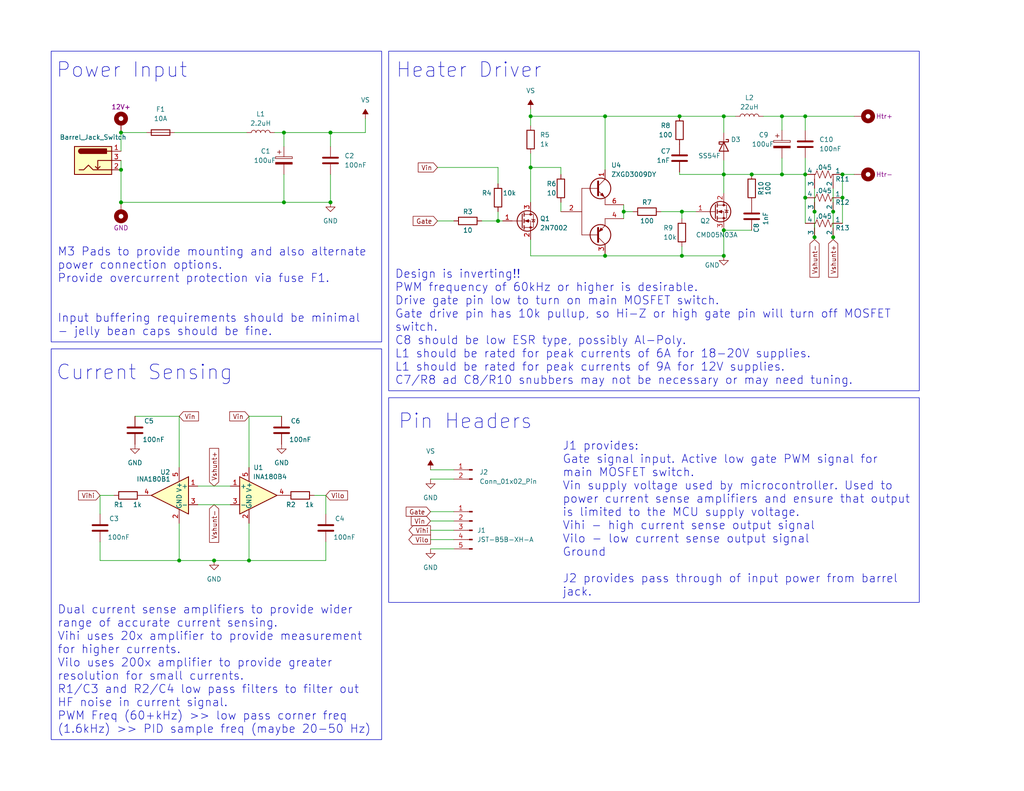
<source format=kicad_sch>
(kicad_sch (version 20230121) (generator eeschema)
  (paper "USLetter")
  (title_block (title "Modular Solder Reflow Power Section") (date "2023-04-26") (rev "0.0"))
  (lib_symbols
    (symbol "Connector:Barrel_Jack_Switch" (pin_names hide)
      (property "Reference" "J" (at 0 5.334 0))
      (property "Value" "Barrel_Jack_Switch" (at 0 -5.08 0))
      (symbol "Barrel_Jack_Switch_0_1"
        (rectangle (start -5.08 3.81) (end 5.08 -3.81) (stroke (width 0.254)) (fill (type background)))
        (arc (start -3.302 3.175) (mid -3.9343 2.54) (end -3.302 1.905) (stroke (width 0.254)))
        (arc (start -3.302 3.175) (mid -3.9343 2.54) (end -3.302 1.905) (stroke (width 0.254)) (fill (type outline)))
        (polyline (pts (xy 1.27 -2.286) (xy 1.905 -1.651)) (stroke (width 0.254)))
        (polyline (pts (xy 5.08 2.54) (xy 3.81 2.54)) (stroke (width 0.254)))
        (polyline (pts (xy 5.08 0) (xy 1.27 0) (xy 1.27 -2.286) (xy 0.635 -1.651)) (stroke (width 0.254)))
        (polyline (pts (xy -3.81 -2.54) (xy -2.54 -2.54) (xy -1.27 -1.27) (xy 0 -2.54) (xy 2.54 -2.54) (xy 5.08 -2.54)) (stroke (width 0.254)))
        (rectangle (start 3.683 3.175) (end -3.302 1.905) (stroke (width 0.254)) (fill (type outline)))
      )
      (symbol "Barrel_Jack_Switch_1_1"
        (pin passive line (at 7.62 2.54 180) (length 2.54) (name "~") (number "1"))
        (pin passive line (at 7.62 -2.54 180) (length 2.54) (name "~") (number "2"))
        (pin passive line (at 7.62 0 180) (length 2.54) (name "~") (number "3"))
      )
    )
    (symbol "Connector:Conn_01x02_Pin" (pin_names (offset 1.016) hide)
      (property "Reference" "J" (at 0 2.54 0))
      (property "Value" "Conn_01x02_Pin" (at 0 -5.08 0))
      (symbol "Conn_01x02_Pin_1_1"
        (polyline (pts (xy 1.27 -2.54) (xy 0.8636 -2.54)) (stroke (width 0.1524)))
        (polyline (pts (xy 1.27 0) (xy 0.8636 0)) (stroke (width 0.1524)))
        (rectangle (start 0.8636 -2.413) (end 0 -2.667) (stroke (width 0.1524)) (fill (type outline)))
        (rectangle (start 0.8636 0.127) (end 0 -0.127) (stroke (width 0.1524)) (fill (type outline)))
        (pin passive line (at 5.08 0 180) (length 3.81) (name "Pin_1") (number "1"))
        (pin passive line (at 5.08 -2.54 180) (length 3.81) (name "Pin_2") (number "2"))
      )
    )
    (symbol "Connector:Conn_01x05_Male" (pin_names (offset 1.016) hide)
      (property "Reference" "J" (at 0 7.62 0))
      (property "Value" "Conn_01x05_Male" (at 0 -7.62 0))
      (symbol "Conn_01x05_Male_1_1"
        (polyline (pts (xy 1.27 -5.08) (xy 0.8636 -5.08)) (stroke (width 0.1524)))
        (polyline (pts (xy 1.27 -2.54) (xy 0.8636 -2.54)) (stroke (width 0.1524)))
        (polyline (pts (xy 1.27 0) (xy 0.8636 0)) (stroke (width 0.1524)))
        (polyline (pts (xy 1.27 2.54) (xy 0.8636 2.54)) (stroke (width 0.1524)))
        (polyline (pts (xy 1.27 5.08) (xy 0.8636 5.08)) (stroke (width 0.1524)))
        (rectangle (start 0.8636 -4.953) (end 0 -5.207) (stroke (width 0.1524)) (fill (type outline)))
        (rectangle (start 0.8636 -2.413) (end 0 -2.667) (stroke (width 0.1524)) (fill (type outline)))
        (rectangle (start 0.8636 0.127) (end 0 -0.127) (stroke (width 0.1524)) (fill (type outline)))
        (rectangle (start 0.8636 2.667) (end 0 2.413) (stroke (width 0.1524)) (fill (type outline)))
        (rectangle (start 0.8636 5.207) (end 0 4.953) (stroke (width 0.1524)) (fill (type outline)))
        (pin passive line (at 5.08 5.08 180) (length 3.81) (name "Pin_1") (number "1"))
        (pin passive line (at 5.08 2.54 180) (length 3.81) (name "Pin_2") (number "2"))
        (pin passive line (at 5.08 0 180) (length 3.81) (name "Pin_3") (number "3"))
        (pin passive line (at 5.08 -2.54 180) (length 3.81) (name "Pin_4") (number "4"))
        (pin passive line (at 5.08 -5.08 180) (length 3.81) (name "Pin_5") (number "5"))
      )
    )
    (symbol "Device:C" (pin_numbers hide) (pin_names (offset 0.254))
      (property "Reference" "C" (at 0.635 2.54 0))
      (property "Value" "C" (at 0.635 -2.54 0))
      (symbol "C_0_1"
        (polyline (pts (xy -2.032 -0.762) (xy 2.032 -0.762)) (stroke (width 0.508)))
        (polyline (pts (xy -2.032 0.762) (xy 2.032 0.762)) (stroke (width 0.508)))
      )
      (symbol "C_1_1"
        (pin passive line (at 0 3.81 270) (length 2.794) (name "~") (number "1"))
        (pin passive line (at 0 -3.81 90) (length 2.794) (name "~") (number "2"))
      )
    )
    (symbol "Device:C_Polarized" (pin_numbers hide) (pin_names (offset 0.254))
      (property "Reference" "C" (at 0.635 2.54 0))
      (property "Value" "C_Polarized" (at 0.635 -2.54 0))
      (symbol "C_Polarized_0_1"
        (rectangle (start -2.286 0.508) (end 2.286 1.016))
        (polyline (pts (xy -1.778 2.286) (xy -0.762 2.286)))
        (polyline (pts (xy -1.27 2.794) (xy -1.27 1.778)))
        (rectangle (start 2.286 -0.508) (end -2.286 -1.016) (fill (type outline)))
      )
      (symbol "C_Polarized_1_1"
        (pin passive line (at 0 3.81 270) (length 2.794) (name "~") (number "1"))
        (pin passive line (at 0 -3.81 90) (length 2.794) (name "~") (number "2"))
      )
    )
    (symbol "Device:D_Schottky" (pin_numbers hide) (pin_names (offset 1.016) hide)
      (property "Reference" "D" (at 0 2.54 0))
      (property "Value" "D_Schottky" (at 0 -2.54 0))
      (symbol "D_Schottky_0_1"
        (polyline (pts (xy 1.27 0) (xy -1.27 0)))
        (polyline (pts (xy 1.27 1.27) (xy 1.27 -1.27) (xy -1.27 0) (xy 1.27 1.27)) (stroke (width 0.254)))
        (polyline (pts (xy -1.905 0.635) (xy -1.905 1.27) (xy -1.27 1.27) (xy -1.27 -1.27) (xy -0.635 -1.27) (xy -0.635 -0.635)) (stroke (width 0.254)))
      )
      (symbol "D_Schottky_1_1"
        (pin passive line (at -3.81 0 0) (length 2.54) (name "K") (number "1"))
        (pin passive line (at 3.81 0 180) (length 2.54) (name "A") (number "2"))
      )
    )
    (symbol "Device:Fuse" (pin_numbers hide) (pin_names (offset 0))
      (property "Reference" "F" (at 2.032 0 90))
      (property "Value" "Fuse" (at -1.905 0 90))
      (symbol "Fuse_0_1"
        (rectangle (start -0.762 -2.54) (end 0.762 2.54) (stroke (width 0.254)))
        (polyline (pts (xy 0 2.54) (xy 0 -2.54)))
      )
      (symbol "Fuse_1_1"
        (pin passive line (at 0 3.81 270) (length 1.27) (name "~") (number "1"))
        (pin passive line (at 0 -3.81 90) (length 1.27) (name "~") (number "2"))
      )
    )
    (symbol "Device:L" (pin_numbers hide) (pin_names (offset 1.016) hide)
      (property "Reference" "L" (at -1.27 0 90))
      (property "Value" "L" (at 1.905 0 90))
      (symbol "L_0_1"
        (arc (start 0 -2.54) (mid 0.6323 -1.905) (end 0 -1.27))
        (arc (start 0 -1.27) (mid 0.6323 -0.635) (end 0 0))
        (arc (start 0 0) (mid 0.6323 0.635) (end 0 1.27))
        (arc (start 0 1.27) (mid 0.6323 1.905) (end 0 2.54))
      )
      (symbol "L_1_1"
        (pin passive line (at 0 3.81 270) (length 1.27) (name "1") (number "1"))
        (pin passive line (at 0 -3.81 90) (length 1.27) (name "2") (number "2"))
      )
    )
    (symbol "Device:R" (pin_numbers hide) (pin_names (offset 0))
      (property "Reference" "R" (at 2.032 0 90))
      (property "Value" "R" (at 0 0 90))
      (symbol "R_0_1"
        (rectangle (start -1.016 -2.54) (end 1.016 2.54) (stroke (width 0.254)))
      )
      (symbol "R_1_1"
        (pin passive line (at 0 3.81 270) (length 1.27) (name "~") (number "1"))
        (pin passive line (at 0 -3.81 90) (length 1.27) (name "~") (number "2"))
      )
    )
    (symbol "Device:R_Shunt_US" (pin_numbers hide) (pin_names (offset 0))
      (property "Reference" "R" (at -5.08 0 90))
      (property "Value" "R_Shunt_US" (at -3.048 0 90))
      (symbol "R_Shunt_US_1_1"
        (polyline (pts (xy 0 -2.54) (xy 1.27 -2.54)))
        (polyline (pts (xy 0 -2.286) (xy 0 -2.54)))
        (polyline (pts (xy 0 2.286) (xy 0 2.54)))
        (polyline (pts (xy 1.27 2.54) (xy 0 2.54)))
        (polyline (pts (xy 0 -0.762) (xy 1.016 -1.143) (xy 0 -1.524) (xy -1.016 -1.905) (xy 0 -2.286)))
        (polyline (pts (xy 0 0.762) (xy 1.016 0.381) (xy 0 0) (xy -1.016 -0.381) (xy 0 -0.762)))
        (polyline (pts (xy 0 2.286) (xy 1.016 1.905) (xy 0 1.524) (xy -1.016 1.143) (xy 0 0.762)))
        (pin passive line (at 0 5.08 270) (length 2.54) (name "1") (number "1"))
        (pin passive line (at 3.81 2.54 180) (length 2.54) (name "2") (number "2"))
        (pin passive line (at 3.81 -2.54 180) (length 2.54) (name "3") (number "3"))
        (pin passive line (at 0 -5.08 90) (length 2.54) (name "4") (number "4"))
      )
    )
    (symbol "GND_1" (power) (pin_names (offset 0))
      (property "Value" "GND_1" (at 0 -3.81 0))
      (symbol "GND_1_0_1"
        (polyline (pts (xy 0 0) (xy 0 -1.27) (xy 1.27 -1.27) (xy 0 -2.54) (xy -1.27 -1.27) (xy 0 -1.27)))
      )
      (symbol "GND_1_1_1"
        (pin power_in line (at 0 0 270) (length 0) hide (name "GND") (number "1"))
      )
    )
    (symbol "Mechanical:MountingHole_Pad" (pin_numbers hide) (pin_names (offset 1.016) hide)
      (property "Reference" "H" (at 0 6.35 0))
      (property "Value" "MountingHole_Pad" (at 0 4.445 0))
      (symbol "MountingHole_Pad_0_1"
        (circle (center 0 1.27) (radius 1.27) (stroke (width 1.27)))
      )
      (symbol "MountingHole_Pad_1_1"
        (pin input line (at 0 -2.54 90) (length 2.54) (name "1") (number "1"))
      )
    )
    (symbol "PowerSection:INA180Bx" (pin_names (offset 0.127))
      (property "Reference" "U" (at 3.81 5.08 0))
      (property "Value" "INA180Bx" (at 3.81 2.54 0))
      (symbol "INA180Bx_0_1"
        (polyline (pts (xy -5.08 5.08) (xy 5.08 0) (xy -5.08 -5.08) (xy -5.08 5.08)) (stroke (width 0.254)) (fill (type background)))
      )
      (symbol "INA180Bx_1_1"
        (pin input line (at -7.62 2.54 0) (length 2.54) (name "+") (number "1"))
        (pin power_in line (at -2.54 -7.62 90) (length 3.81) (name "GND") (number "2"))
        (pin input line (at -7.62 -2.54 0) (length 2.54) (name "-") (number "3"))
        (pin output line (at 7.62 0 180) (length 2.54) (name "~") (number "4"))
        (pin power_in line (at -2.54 7.62 270) (length 3.81) (name "V+") (number "5"))
      )
    )
    (symbol "PowerSection:ZXGD3009DY" (pin_names (offset 0) hide)
      (property "Reference" "U" (at -16.51 -4.445 0))
      (property "Value" "ZXGD3009DY" (at -16.51 -6.985 0))
      (symbol "ZXGD3009DY_0_1"
        (polyline (pts (xy -3.81 6.35) (xy -3.81 -6.35)))
        (polyline (pts (xy 0.635 -6.985) (xy 0.635 -6.985)))
        (polyline (pts (xy 0.635 -6.985) (xy 2.54 -8.89)))
        (polyline (pts (xy 0.635 -6.35) (xy -3.81 -6.35)))
        (polyline (pts (xy 0.635 6.35) (xy -3.81 6.35)))
        (polyline (pts (xy 0.635 6.985) (xy 2.54 8.89)))
        (polyline (pts (xy 2.54 -3.81) (xy 2.54 -1.905)))
        (polyline (pts (xy 2.54 3.81) (xy 2.54 1.905)))
        (polyline (pts (xy 0.635 -4.445) (xy 0.635 -8.255) (xy 0.635 -8.255)) (stroke (width 0.508)))
        (polyline (pts (xy 0.635 5.715) (xy 2.54 3.81) (xy 2.54 3.81)))
        (polyline (pts (xy 0.635 8.255) (xy 0.635 4.445) (xy 0.635 4.445)) (stroke (width 0.508)))
        (polyline (pts (xy 2.54 -3.81) (xy 0.635 -5.715) (xy 0.635 -5.715)))
        (polyline (pts (xy 1.27 4.572) (xy 1.778 5.08) (xy 2.286 4.064) (xy 1.27 4.572) (xy 1.27 4.572)) (fill (type outline)))
        (polyline (pts (xy 1.397 -4.445) (xy 1.905 -4.953) (xy 0.889 -5.461) (xy 1.397 -4.445) (xy 1.397 -4.445)) (fill (type outline)))
        (circle (center 1.27 -6.35) (radius 2.8194) (stroke (width 0.254)))
        (circle (center 1.27 6.35) (radius 2.8194) (stroke (width 0.254)))
      )
      (symbol "ZXGD3009DY_1_1"
        (pin passive line (at 2.54 11.43 270) (length 2.54) (name "Vcc") (number "1"))
        (pin input line (at -9.525 0 0) (length 5.715) (name "B") (number "2"))
        (pin passive line (at 2.54 -11.43 90) (length 2.54) (name "Vee") (number "3"))
        (pin passive line (at 7.62 -1.905 180) (length 5.08) (name "Sink") (number "4"))
        (pin no_connect line (at 2.54 0 180) (length 2.54) hide (name "NC") (number "5"))
        (pin passive line (at 7.62 1.905 180) (length 5.08) (name "Source") (number "6"))
      )
    )
    (symbol "Transistor_FET:2N7002" (pin_names hide)
      (property "Reference" "Q" (at 5.08 1.905 0))
      (property "Value" "2N7002" (at 5.08 0 0))
      (symbol "2N7002_0_1"
        (polyline (pts (xy 0.254 0) (xy -2.54 0)))
        (polyline (pts (xy 0.254 1.905) (xy 0.254 -1.905)) (stroke (width 0.254)))
        (polyline (pts (xy 0.762 -1.27) (xy 0.762 -2.286)) (stroke (width 0.254)))
        (polyline (pts (xy 0.762 0.508) (xy 0.762 -0.508)) (stroke (width 0.254)))
        (polyline (pts (xy 0.762 2.286) (xy 0.762 1.27)) (stroke (width 0.254)))
        (polyline (pts (xy 2.54 2.54) (xy 2.54 1.778)))
        (polyline (pts (xy 2.54 -2.54) (xy 2.54 0) (xy 0.762 0)))
        (polyline (pts (xy 0.762 -1.778) (xy 3.302 -1.778) (xy 3.302 1.778) (xy 0.762 1.778)))
        (polyline (pts (xy 1.016 0) (xy 2.032 0.381) (xy 2.032 -0.381) (xy 1.016 0)) (fill (type outline)))
        (polyline (pts (xy 2.794 0.508) (xy 2.921 0.381) (xy 3.683 0.381) (xy 3.81 0.254)))
        (polyline (pts (xy 3.302 0.381) (xy 2.921 -0.254) (xy 3.683 -0.254) (xy 3.302 0.381)))
        (circle (center 1.651 0) (radius 2.794) (stroke (width 0.254)))
        (circle (center 2.54 -1.778) (radius 0.254) (fill (type outline)))
        (circle (center 2.54 1.778) (radius 0.254) (fill (type outline)))
      )
      (symbol "2N7002_1_1"
        (pin input line (at -5.08 0 0) (length 2.54) (name "G") (number "1"))
        (pin passive line (at 2.54 -5.08 90) (length 2.54) (name "S") (number "2"))
        (pin passive line (at 2.54 5.08 270) (length 2.54) (name "D") (number "3"))
      )
    )
    (symbol "Transistor_FET:IPD50R380CE" (pin_names hide)
      (property "Reference" "Q" (at 5.08 1.905 0))
      (property "Value" "IPD50R380CE" (at 5.08 0 0))
      (symbol "IPD50R380CE_0_1"
        (polyline (pts (xy 0.254 0) (xy -2.54 0)))
        (polyline (pts (xy 0.254 1.905) (xy 0.254 -1.905)) (stroke (width 0.254)))
        (polyline (pts (xy 0.762 -1.27) (xy 0.762 -2.286)) (stroke (width 0.254)))
        (polyline (pts (xy 0.762 0.508) (xy 0.762 -0.508)) (stroke (width 0.254)))
        (polyline (pts (xy 0.762 2.286) (xy 0.762 1.27)) (stroke (width 0.254)))
        (polyline (pts (xy 2.54 2.54) (xy 2.54 1.778)))
        (polyline (pts (xy 2.54 -2.54) (xy 2.54 0) (xy 0.762 0)))
        (polyline (pts (xy 0.762 -1.778) (xy 3.302 -1.778) (xy 3.302 1.778) (xy 0.762 1.778)))
        (polyline (pts (xy 1.016 0) (xy 2.032 0.381) (xy 2.032 -0.381) (xy 1.016 0)) (fill (type outline)))
        (polyline (pts (xy 2.794 0.508) (xy 2.921 0.381) (xy 3.683 0.381) (xy 3.81 0.254)))
        (polyline (pts (xy 3.302 0.381) (xy 2.921 -0.254) (xy 3.683 -0.254) (xy 3.302 0.381)))
        (circle (center 1.651 0) (radius 2.794) (stroke (width 0.254)))
        (circle (center 2.54 -1.778) (radius 0.254) (fill (type outline)))
        (circle (center 2.54 1.778) (radius 0.254) (fill (type outline)))
      )
      (symbol "IPD50R380CE_1_1"
        (pin input line (at -5.08 0 0) (length 2.54) (name "G") (number "1"))
        (pin passive line (at 2.54 5.08 270) (length 2.54) (name "D") (number "2"))
        (pin passive line (at 2.54 -5.08 90) (length 2.54) (name "S") (number "3"))
      )
    )
    (symbol "power:GND" (power) (pin_names (offset 0))
      (property "Value" "GND" (at 0 -3.81 0))
      (symbol "GND_0_1"
        (polyline (pts (xy 0 0) (xy 0 -1.27) (xy 1.27 -1.27) (xy 0 -2.54) (xy -1.27 -1.27) (xy 0 -1.27)))
      )
      (symbol "GND_1_1"
        (pin power_in line (at 0 0 270) (length 0) hide (name "GND") (number "1"))
      )
    )
    (symbol "power:VS" (power) (pin_names (offset 0))
      (property "Value" "VS" (at 0 3.81 0))
      (symbol "VS_0_1"
        (polyline (pts (xy 0 0) (xy 0 2.54)))
        (polyline (pts (xy 0.762 1.27) (xy -0.762 1.27) (xy 0 2.54) (xy 0.762 1.27)) (fill (type outline)))
      )
      (symbol "VS_1_1"
        (pin power_in line (at 0 0 90) (length 0) hide (name "VS") (number "1"))
      )
    )
  )
  (junction (at 144.78 31.75))
  (junction (at 205.105 47.625))
  (junction (at 197.485 69.85))
  (junction (at 135.89 60.325))
  (junction (at 213.36 47.625))
  (junction (at 197.485 47.625))
  (junction (at 227.33 57.785))
  (junction (at 186.055 57.785))
  (junction (at 90.17 55.245))
  (junction (at 219.71 47.625))
  (junction (at 33.02 46.355))
  (junction (at 90.17 36.195))
  (junction (at 77.47 55.245))
  (junction (at 229.87 47.625))
  (junction (at 219.71 31.75))
  (junction (at 67.945 153.035))
  (junction (at 197.485 31.75))
  (junction (at 48.895 153.035))
  (junction (at 227.33 64.77))
  (junction (at 170.18 57.785))
  (junction (at 229.87 53.975))
  (junction (at 213.36 31.75))
  (junction (at 33.02 55.245))
  (junction (at 144.78 45.72))
  (junction (at 197.485 62.865))
  (junction (at 165.1 31.75))
  (junction (at 222.25 64.77))
  (junction (at 77.47 36.195))
  (junction (at 219.71 53.975))
  (junction (at 185.42 31.75))
  (junction (at 186.055 69.85))
  (junction (at 58.42 153.035))
  (junction (at 165.1 69.85))
  (junction (at 222.25 57.785))
  (junction (at 33.02 36.195))
  (wire (pts (xy 208.28 31.75) (xy 213.36 31.75)))
  (wire (pts (xy 33.02 43.815) (xy 33.02 46.355)))
  (wire (pts (xy 219.71 47.625) (xy 219.71 53.975)))
  (wire (pts (xy 117.475 147.32) (xy 123.825 147.32)))
  (wire (pts (xy 197.485 62.865) (xy 197.485 69.85)))
  (wire (pts (xy 31.115 135.255) (xy 27.305 135.255)))
  (wire (pts (xy 77.47 47.625) (xy 77.47 55.245)))
  (wire (pts (xy 33.02 41.275) (xy 33.02 36.195)))
  (wire (pts (xy 213.36 31.75) (xy 219.71 31.75)))
  (wire (pts (xy 88.9 135.255) (xy 88.9 140.335)))
  (wire (pts (xy 119.38 60.325) (xy 123.825 60.325)))
  (wire (pts (xy 185.42 31.75) (xy 197.485 31.75)))
  (wire (pts (xy 77.47 36.195) (xy 90.17 36.195)))
  (wire (pts (xy 117.475 128.27) (xy 123.825 128.27)))
  (wire (pts (xy 189.865 57.785) (xy 186.055 57.785)))
  (wire (pts (xy 197.485 31.75) (xy 197.485 36.195)))
  (wire (pts (xy 77.47 55.245) (xy 90.17 55.245)))
  (wire (pts (xy 165.1 69.215) (xy 165.1 69.85)))
  (wire (pts (xy 131.445 60.325) (xy 135.89 60.325)))
  (wire (pts (xy 135.89 50.165) (xy 135.89 45.72)))
  (wire (pts (xy 170.18 55.88) (xy 170.18 57.785)))
  (wire (pts (xy 219.71 31.75) (xy 233.045 31.75)))
  (wire (pts (xy 135.89 60.325) (xy 137.16 60.325)))
  (wire (pts (xy 229.87 53.975) (xy 229.87 60.96)))
  (wire (pts (xy 33.02 46.355) (xy 33.02 55.245)))
  (wire (pts (xy 219.71 35.56) (xy 219.71 31.75)))
  (wire (pts (xy 144.78 41.91) (xy 144.78 45.72)))
  (wire (pts (xy 85.725 135.255) (xy 88.9 135.255)))
  (wire (pts (xy 67.945 153.035) (xy 88.9 153.035)))
  (wire (pts (xy 144.78 29.845) (xy 144.78 31.75)))
  (wire (pts (xy 153.035 45.72) (xy 144.78 45.72)))
  (wire (pts (xy 165.1 69.85) (xy 144.78 69.85)))
  (wire (pts (xy 205.105 47.625) (xy 197.485 47.625)))
  (wire (pts (xy 186.055 57.785) (xy 186.055 59.69)))
  (wire (pts (xy 53.975 137.795) (xy 62.865 137.795)))
  (wire (pts (xy 119.38 45.72) (xy 135.89 45.72)))
  (wire (pts (xy 27.305 135.255) (xy 27.305 140.335)))
  (wire (pts (xy 53.975 132.715) (xy 62.865 132.715)))
  (wire (pts (xy 27.305 153.035) (xy 48.895 153.035)))
  (wire (pts (xy 144.78 31.75) (xy 165.1 31.75)))
  (wire (pts (xy 170.18 57.785) (xy 172.72 57.785)))
  (wire (pts (xy 48.895 113.665) (xy 48.895 127.635)))
  (wire (pts (xy 197.485 47.625) (xy 185.42 47.625)))
  (wire (pts (xy 165.1 46.355) (xy 165.1 31.75)))
  (wire (pts (xy 117.475 130.81) (xy 123.825 130.81)))
  (wire (pts (xy 165.1 69.85) (xy 186.055 69.85)))
  (wire (pts (xy 229.87 47.625) (xy 229.87 53.975)))
  (wire (pts (xy 213.36 47.625) (xy 205.105 47.625)))
  (wire (pts (xy 144.78 31.75) (xy 144.78 34.29)))
  (wire (pts (xy 76.835 113.665) (xy 67.945 113.665)))
  (wire (pts (xy 67.945 142.875) (xy 67.945 153.035)))
  (wire (pts (xy 135.89 57.785) (xy 135.89 60.325)))
  (wire (pts (xy 197.485 47.625) (xy 197.485 43.815)))
  (wire (pts (xy 197.485 69.85) (xy 186.055 69.85)))
  (wire (pts (xy 200.66 31.75) (xy 197.485 31.75)))
  (wire (pts (xy 227.33 51.435) (xy 227.33 57.785)))
  (wire (pts (xy 117.475 142.24) (xy 123.825 142.24)))
  (wire (pts (xy 90.17 36.195) (xy 90.17 40.005)))
  (wire (pts (xy 33.02 36.195) (xy 40.005 36.195)))
  (wire (pts (xy 153.035 47.625) (xy 153.035 45.72)))
  (wire (pts (xy 144.78 69.85) (xy 144.78 65.405)))
  (wire (pts (xy 222.25 57.785) (xy 222.25 64.77)))
  (wire (pts (xy 74.93 36.195) (xy 77.47 36.195)))
  (wire (pts (xy 33.02 55.245) (xy 77.47 55.245)))
  (wire (pts (xy 219.71 47.625) (xy 219.71 43.18)))
  (wire (pts (xy 227.33 64.77) (xy 227.33 65.405)))
  (wire (pts (xy 117.475 149.86) (xy 123.825 149.86)))
  (wire (pts (xy 197.485 47.625) (xy 197.485 52.705)))
  (wire (pts (xy 48.895 113.665) (xy 36.83 113.665)))
  (wire (pts (xy 144.78 45.72) (xy 144.78 55.245)))
  (wire (pts (xy 213.36 35.56) (xy 213.36 31.75)))
  (wire (pts (xy 222.25 51.435) (xy 222.25 57.785)))
  (wire (pts (xy 67.945 113.665) (xy 67.945 127.635)))
  (wire (pts (xy 205.105 62.865) (xy 197.485 62.865)))
  (wire (pts (xy 222.25 64.77) (xy 222.25 65.405)))
  (wire (pts (xy 77.47 36.195) (xy 77.47 40.005)))
  (wire (pts (xy 170.18 57.785) (xy 170.18 59.69)))
  (wire (pts (xy 27.305 147.955) (xy 27.305 153.035)))
  (wire (pts (xy 153.035 55.245) (xy 153.035 57.785)))
  (wire (pts (xy 117.475 144.78) (xy 123.825 144.78)))
  (wire (pts (xy 185.42 47.625) (xy 185.42 46.99)))
  (wire (pts (xy 117.475 139.7) (xy 123.825 139.7)))
  (wire (pts (xy 58.42 153.035) (xy 67.945 153.035)))
  (wire (pts (xy 165.1 31.75) (xy 185.42 31.75)))
  (wire (pts (xy 47.625 36.195) (xy 67.31 36.195)))
  (wire (pts (xy 213.36 47.625) (xy 213.36 43.18)))
  (wire (pts (xy 213.36 47.625) (xy 219.71 47.625)))
  (wire (pts (xy 48.895 153.035) (xy 58.42 153.035)))
  (wire (pts (xy 186.055 67.31) (xy 186.055 69.85)))
  (wire (pts (xy 227.33 57.785) (xy 227.33 64.77)))
  (wire (pts (xy 180.34 57.785) (xy 186.055 57.785)))
  (wire (pts (xy 90.17 36.195) (xy 99.695 36.195)))
  (wire (pts (xy 229.87 47.625) (xy 233.045 47.625)))
  (wire (pts (xy 90.17 47.625) (xy 90.17 55.245)))
  (wire (pts (xy 99.695 32.385) (xy 99.695 36.195)))
  (wire (pts (xy 48.895 142.875) (xy 48.895 153.035)))
  (wire (pts (xy 219.71 53.975) (xy 219.71 60.96)))
  (wire (pts (xy 88.9 147.955) (xy 88.9 153.035)))
  (text_box "Design is inverting!!\nPWM frequency of 60kHz or higher is desirable.\nDrive gate pin low to turn on main MOSFET switch.\nGate drive pin has 10k pullup, so Hi-Z or high gate pin will turn off MOSFET switch.\nC8 should be low ESR type, possibly Al-Poly.\nL1 should be rated for peak currents of 6A for 18-20V supplies.\nL1 should be rated for peak currents of 9A for 12V supplies.\nC7/R8 ad C8/R10 snubbers may not be necessary or may need tuning." (at 106.045 13.97 0) (size 144.78 92.71) (effects (font (size 2.25 2.25)) (justify left bottom)))
  (text_box "" (at 106.045 108.585 0) (size 144.78 55.88) (effects (font (size 2.5 2.5)) (justify left bottom)))
  (text_box "Dual current sense amplifiers to provide wider range of accurate current sensing.\nVihi uses 20x amplifier to provide measurement for higher currents.\nVilo uses 200x amplifier to provide greater resolution for small currents.\nR1/C3 and R2/C4 low pass filters to filter out HF noise in current signal.\nPWM Freq (60+kHz) >> low pass corner freq (1.6kHz) >> PID sample freq (maybe 20-50 Hz)" (at 13.97 95.25 0) (size 90.17 106.68) (effects (font (size 2.25 2.25)) (justify left bottom)))
  (text_box "M3 Pads to provide mounting and also alternate power connection options.\nProvide overcurrent protection via fuse F1.\n\n\nInput buffering requirements should be minimal - jelly bean caps should be fine." (at 13.97 13.97 0) (size 90.17 79.375) (effects (font (size 2.25 2.25)) (justify left bottom)))
  (text_box "J1 provides:\nGate signal input. Active low gate PWM signal for main MOSFET switch.\nVin supply voltage used by microcontroller. Used to power current sense amplifiers and ensure that output is limited to the MCU supply voltage.\nVihi - high current sense output signal\nVilo - low current sense output signal\nGround\n\nJ2 provides pass through of input power from barrel jack." (at 151.765 108.585 0) (size 99.06 55.88) (stroke (width -0.0001)) (effects (font (size 2.25 2.25)) (justify left bottom)))
  (text "Power Input" (at 15.24 21.59 0) (effects (font (size 4 4)) (justify left bottom)))
  (text "Pin Headers\n" (at 108.585 117.475 0) (effects (font (size 4 4)) (justify left bottom)))
  (text "Heater Driver" (at 107.95 21.59 0) (effects (font (size 4 4)) (justify left bottom)))
  (text "Current Sensing" (at 15.24 104.14 0) (effects (font (size 4 4)) (justify left bottom)))
  (global_label "Vilo" (shape output) (at 117.475 147.32 180) (property "Intersheetrefs" "${INTERSHEET_REFS}" (effects hide)))
  (global_label "Gate" (shape input) (at 119.38 60.325 180) (property "Intersheetrefs" "${INTERSHEET_REFS}" (effects hide)))
  (global_label "Vshunt-" (shape input) (at 58.42 137.795 270) (property "Intersheetrefs" "${INTERSHEET_REFS}" (effects hide)))
  (global_label "Vin" (shape input) (at 67.945 113.665 180) (property "Intersheetrefs" "${INTERSHEET_REFS}" (effects hide)))
  (global_label "Vshunt-" (shape input) (at 222.25 65.405 270) (property "Intersheetrefs" "${INTERSHEET_REFS}" (effects hide)))
  (global_label "Vihi" (shape output) (at 117.475 144.78 180) (property "Intersheetrefs" "${INTERSHEET_REFS}" (effects hide)))
  (global_label "Gate" (shape input) (at 117.475 139.7 180) (property "Intersheetrefs" "${INTERSHEET_REFS}" (effects hide)))
  (global_label "Vin" (shape input) (at 48.895 113.665 0) (property "Intersheetrefs" "${INTERSHEET_REFS}" (effects hide)))
  (global_label "Vin" (shape input) (at 119.38 45.72 180) (property "Intersheetrefs" "${INTERSHEET_REFS}" (effects hide)))
  (global_label "Vihi" (shape input) (at 27.305 135.255 180) (property "Intersheetrefs" "${INTERSHEET_REFS}" (effects hide)))
  (global_label "Vshunt+" (shape input) (at 58.42 132.715 90) (property "Intersheetrefs" "${INTERSHEET_REFS}" (effects hide)))
  (global_label "Vshunt+" (shape input) (at 227.33 65.405 270) (property "Intersheetrefs" "${INTERSHEET_REFS}" (effects hide)))
  (global_label "Vin" (shape input) (at 117.475 142.24 180) (property "Intersheetrefs" "${INTERSHEET_REFS}" (effects hide)))
  (global_label "Vilo" (shape input) (at 88.9 135.255 0) (property "Intersheetrefs" "${INTERSHEET_REFS}" (effects hide)))
  (symbol (lib_id "Transistor_FET:IPD50R380CE") (at 194.945 57.785 0) (unit 1)
    (property "Reference" "Q2" (at 192.405 60.325 0))
    (property "Value" "CMD05N03A" (at 195.58 64.135 0))
    (property "Footprint" "Package_TO_SOT_SMD:TO-252-2" (effects hide))
    (property "Datasheet" "https://www.infineon.com/dgdl/Infineon-IPD50R380CE-DS-v02_01-en.pdf?fileId=db3a30433ecb86d4013ed0a2ef580f38" (effects hide))
    (property "LCSC Part" "C5203816" (effects hide))
    (property "Digikey Part" "353-MCU80N03A-TPCT-ND" (effects hide))
  )
  (symbol (lib_id "Connector:Conn_01x05_Male") (at 128.905 144.78 0) (mirror y) (unit 1)
    (property "Reference" "J1" (at 130.175 144.7799 0) (effects (justify right)))
    (property "Value" "JST-B5B-XH-A" (at 130.175 147.3199 0) (effects (justify right)))
    (property "Footprint" "Connector_JST:JST_XH_B5B-XH-A_1x05_P2.50mm_Vertical" (effects hide))
    (property "Datasheet" "https://datasheet.lcsc.com/lcsc/1810291321_JST-Sales-America-B5B-XH-A-LF-SN_C157991.pdf" (effects hide))
    (property "LCSC Part" "C722877" (effects hide))
    (property "Digikey Part" "1175-51025-06-0100-01-ND" (effects hide))
  )
  (symbol (lib_id "Transistor_FET:2N7002") (at 142.24 60.325 0) (unit 1)
    (property "Reference" "Q1" (at 147.32 59.69 0) (effects (justify left)))
    (property "Value" "2N7002" (at 147.32 62.23 0) (effects (justify left)))
    (property "Footprint" "Package_TO_SOT_SMD:SOT-23" (effects hide))
    (property "Datasheet" "https://datasheet.lcsc.com/lcsc/2109301154_YFW-2N7002AK_C2898356.pdf" (effects hide))
    (property "LCSC Part" "C2898356" (effects hide))
    (property "Digikey Part" "T2N7002AKLMCT-ND" (effects hide))
  )
  (symbol (lib_id "Connector:Conn_01x02_Pin") (at 128.905 128.27 0) (mirror y) (unit 1)
    (property "Reference" "J2" (at 130.81 128.905 0) (effects (justify right)))
    (property "Value" "Conn_01x02_Pin" (at 130.81 131.445 0) (effects (justify right)))
    (property "Footprint" "Connector_PinHeader_2.54mm:PinHeader_1x02_P2.54mm_Vertical" (effects hide))
    (property "Datasheet" "https://datasheet.lcsc.com/lcsc/2109151430_HCTL-PZ254-1-02-Z-8-5_C2894925.pdf" (effects hide))
    (property "LCSC Part" "C2894925" (effects hide))
    (property "Digikey Part" "S1011EC-02-ND" (effects hide))
  )
  (symbol (lib_id "Mechanical:MountingHole_Pad") (at 33.02 57.785 180) (unit 1)
    (property "Reference" "H5" (effects hide))
    (property "Value" "MountingHole_Pad" (effects hide))
    (property "Name" "GND" (at 33.02 62.23 0))
  )
  (symbol (lib_id "Device:R_Shunt_US") (at 224.79 53.975 270) (unit 1)
    (property "Reference" "R12" (at 229.87 55.245 90))
    (property "Value" ".045" (at 224.79 52.07 90))
    (property "Footprint" "PowerSection:R_2512_Kelvin_Shunt" (effects hide))
    (property "Datasheet" "https://datasheet.lcsc.com/lcsc/2106070337_TA-I-Tech-RLP25FEEMR045_C2683379.pdf" (effects hide))
    (property "LCSC Part" "C2683379" (effects hide))
    (property "Digikey Part" "1712-TLRP3A30DR047FTECT-ND" (effects hide))
  )
  (symbol (lib_id "Device:C") (at 205.105 59.055 0) (unit 1)
    (property "Reference" "C8" (at 206.375 62.23 90))
    (property "Value" "1nF" (at 208.915 59.69 90))
    (property "Footprint" "Capacitor_SMD:C_0603_1608Metric" (effects hide))
  )
  (symbol (lib_id "Device:C_Polarized") (at 213.36 39.37 0) (unit 1)
    (property "Reference" "C9" (at 207.01 36.83 0) (effects (justify left)))
    (property "Value" "100uF" (at 205.105 39.37 0) (effects (justify left)))
    (property "Footprint" "Capacitor_SMD:CP_Elec_8x10.5" (effects hide))
    (property "Datasheet" "https://connect.kemet.com:7667/gateway/IntelliData-ComponentDocumentation/1.0/download/datasheet/A768KE107M1VLAE036" (effects hide))
    (property "LCSC Part" "C454651" (effects hide))
    (property "Digikey Part" "399-A768KE107M1VLAE036CT-ND" (effects hide))
  )
  (symbol (lib_id "power:GND") (at 117.475 149.86 0) (unit 1)
    (property "Reference" "#PWR02" (effects hide))
    (property "Value" "GND" (at 117.475 154.94 0))
  )
  (symbol (lib_id "Mechanical:MountingHole_Pad") (at 235.585 31.75 270) (unit 1)
    (property "Reference" "H3" (effects hide))
    (property "Value" "Heater Pad" (effects hide))
    (property "Footprint" "MountingHole:MountingHole_3.2mm_M3_Pad_Via" (effects hide))
    (property "Name" "Htr+" (at 241.3 31.75 90))
  )
  (symbol (lib_id "Device:C_Polarized") (at 77.47 43.815 0) (unit 1)
    (property "Reference" "C1" (at 71.12 41.275 0) (effects (justify left)))
    (property "Value" "100uF" (at 69.215 43.815 0) (effects (justify left)))
    (property "Footprint" "Capacitor_SMD:CP_Elec_8x10.5" (effects hide))
    (property "Datasheet" "https://connect.kemet.com:7667/gateway/IntelliData-ComponentDocumentation/1.0/download/datasheet/A768KE107M1VLAE036" (effects hide))
    (property "LCSC Part" "C454651" (effects hide))
    (property "Digikey Part" "399-A768KE107M1VLAE036CT-ND" (effects hide))
  )
  (symbol (lib_id "power:VS") (at 117.475 128.27 0) (unit 1)
    (property "Reference" "#PWR05" (effects hide))
    (property "Value" "VS" (at 117.475 123.19 0))
  )
  (symbol (lib_id "Device:R_Shunt_US") (at 224.79 47.625 270) (unit 1)
    (property "Reference" "R11" (at 229.87 48.895 90))
    (property "Value" ".045" (at 224.79 45.72 90))
    (property "Footprint" "PowerSection:R_2512_Kelvin_Shunt" (effects hide))
    (property "Datasheet" "https://datasheet.lcsc.com/lcsc/2106070337_TA-I-Tech-RLP25FEEMR045_C2683379.pdf" (effects hide))
    (property "LCSC Part" "C2683379" (effects hide))
    (property "Digikey Part" "1712-TLRP3A30DR047FTECT-ND" (effects hide))
  )
  (symbol (lib_id "Device:R") (at 185.42 35.56 0) (unit 1)
    (property "Reference" "R8" (at 181.61 34.29 0))
    (property "Value" "100" (at 181.61 36.83 0))
    (property "Footprint" "Resistor_SMD:R_0603_1608Metric" (effects hide))
  )
  (symbol (lib_id "Device:C") (at 219.71 39.37 0) (unit 1)
    (property "Reference" "C10" (at 223.52 38.0999 0) (effects (justify left)))
    (property "Value" "100nF" (at 223.52 40.6399 0) (effects (justify left)))
    (property "Footprint" "Capacitor_SMD:C_0603_1608Metric" (effects hide))
  )
  (symbol (lib_id "Device:C") (at 90.17 43.815 0) (unit 1)
    (property "Reference" "C2" (at 93.98 42.5449 0) (effects (justify left)))
    (property "Value" "100nF" (at 93.98 45.0849 0) (effects (justify left)))
    (property "Footprint" "Capacitor_SMD:C_0603_1608Metric" (effects hide))
  )
  (symbol (lib_id "Device:L") (at 71.12 36.195 90) (unit 1)
    (property "Reference" "L1" (at 71.12 31.115 90))
    (property "Value" "2.2uH" (at 71.12 33.655 90))
    (property "Footprint" "PowerSection:L_12x12-ish" (effects hide))
    (property "Datasheet" "https://datasheet.lcsc.com/lcsc/2206071616_BC-Bao-Cheng-Elec-BCIHP1040SC-2R2M_C2921227.pdf" (effects hide))
    (property "LCSC Part" "C2921227" (effects hide))
    (property "Digikey Part" "4816-TMPA1005SV-2R2MN-DCT-ND" (effects hide))
  )
  (symbol (lib_id "Device:L") (at 204.47 31.75 90) (unit 1)
    (property "Reference" "L2" (at 204.47 26.67 90))
    (property "Value" "22uH" (at 204.47 29.21 90))
    (property "Footprint" "PowerSection:L_25x15_FlatWire" (effects hide))
    (property "Datasheet" "https://www.bourns.com/docs/product-datasheets/srp1265c.pdf" (effects hide))
    (property "LCSC Part" "C2761965" (effects hide))
    (property "Digikey Part" "PQ2617BHA-220K-ND" (effects hide))
  )
  (symbol (lib_id "Mechanical:MountingHole_Pad") (at 235.585 47.625 270) (unit 1)
    (property "Reference" "H4" (effects hide))
    (property "Value" "Heater Pad" (effects hide))
    (property "Footprint" "MountingHole:MountingHole_3.2mm_M3_Pad_Via" (effects hide))
    (property "Name" "Htr-" (at 241.3 47.625 90))
  )
  (symbol (lib_id "Device:C") (at 88.9 144.145 0) (unit 1)
    (property "Reference" "C4" (at 92.71 141.605 0))
    (property "Value" "100nF" (at 93.98 146.685 0))
    (property "Footprint" "Capacitor_SMD:C_0603_1608Metric" (effects hide))
  )
  (symbol (lib_id "PowerSection:INA180Bx") (at 46.355 135.255 0) (mirror y) (unit 1)
    (property "Reference" "U2" (at 45.085 128.905 0))
    (property "Value" "INA180B1" (at 41.91 130.81 0))
    (property "Footprint" "Package_TO_SOT_SMD:SOT-23-5" (effects hide))
    (property "Datasheet" "https://www.ti.com/lit/ds/symlink/ina180.pdf" (effects hide))
    (property "LCSC Part" "C544664" (effects hide))
    (property "Digikey Part" "296-48130-1-ND" (effects hide))
  )
  (symbol (lib_id "Device:R") (at 34.925 135.255 270) (unit 1)
    (property "Reference" "R1" (at 32.385 137.795 90))
    (property "Value" "1k" (at 37.465 137.795 90))
    (property "Footprint" "Resistor_SMD:R_0603_1608Metric" (effects hide))
  )
  (symbol (lib_name "GND_1") (lib_id "power:GND") (at 76.835 121.285 0) (unit 1)
    (property "Reference" "#PWR03" (effects hide))
    (property "Value" "GND" (at 76.835 126.365 0))
  )
  (symbol (lib_id "power:VS") (at 99.695 32.385 0) (unit 1)
    (property "Reference" "#PWR0114" (effects hide))
    (property "Value" "VS" (at 99.695 27.305 0))
  )
  (symbol (lib_id "power:GND") (at 197.485 69.85 0) (unit 1)
    (property "Reference" "#PWR0101" (effects hide))
    (property "Value" "GND" (at 194.31 72.39 0))
  )
  (symbol (lib_id "power:GND") (at 58.42 153.035 0) (unit 1)
    (property "Reference" "#PWR01" (effects hide))
    (property "Value" "GND" (at 58.42 158.115 0))
  )
  (symbol (lib_id "PowerSection:ZXGD3009DY") (at 162.56 57.785 0) (unit 1)
    (property "Reference" "U4" (at 166.7511 45.085 0) (effects (justify left)))
    (property "Value" "ZXGD3009DY" (at 166.7511 47.625 0) (effects (justify left)))
    (property "Footprint" "Package_TO_SOT_SMD:SOT-363_SC-70-6" (effects hide))
    (property "Datasheet" "https://www.diodes.com/assets/Datasheets/ZXGD3009DY.pdf" (effects hide))
    (property "LCSC Part" "C441818" (effects hide))
    (property "Digikey Part" "ZXGD3009DYTADICT-ND" (effects hide))
  )
  (symbol (lib_id "Device:C") (at 36.83 117.475 0) (unit 1)
    (property "Reference" "C5" (at 40.64 114.935 0))
    (property "Value" "100nF" (at 41.91 120.015 0))
    (property "Footprint" "Capacitor_SMD:C_0603_1608Metric" (effects hide))
  )
  (symbol (lib_id "Device:C") (at 185.42 43.18 0) (unit 1)
    (property "Reference" "C7" (at 181.61 41.275 0))
    (property "Value" "1nF" (at 180.975 43.815 0))
    (property "Footprint" "Capacitor_SMD:C_0603_1608Metric" (effects hide))
  )
  (symbol (lib_id "Device:D_Schottky") (at 197.485 40.005 270) (unit 1)
    (property "Reference" "D3" (at 199.39 38.1 90) (effects (justify left)))
    (property "Value" "SS54F" (at 190.5 42.545 90) (effects (justify left)))
    (property "Footprint" "PowerSection:D_SMBF" (effects hide))
    (property "Datasheet" "https://datasheet.lcsc.com/lcsc/2111221830_GOODWORK-SK84_C2922187.pdf" (effects hide))
    (property "LCSC Part" "C2922187" (effects hide))
    (property "Digikey Part" "3757-STR8100LBF_R1_00701CT-ND" (effects hide))
  )
  (symbol (lib_name "GND_1") (lib_id "power:GND") (at 36.83 121.285 0) (unit 1)
    (property "Reference" "#PWR04" (effects hide))
    (property "Value" "GND" (at 36.83 126.365 0))
  )
  (symbol (lib_id "Device:R") (at 205.105 51.435 0) (unit 1)
    (property "Reference" "R10" (at 207.645 51.435 90))
    (property "Value" "100" (at 209.55 51.435 90))
    (property "Footprint" "Resistor_SMD:R_0603_1608Metric" (effects hide))
  )
  (symbol (lib_id "Mechanical:MountingHole_Pad") (at 33.02 33.655 0) (unit 1)
    (property "Reference" "H2" (effects hide))
    (property "Value" "MountingHole_Pad" (effects hide))
    (property "Name" "12V+" (at 33.02 29.21 0))
  )
  (symbol (lib_id "Device:R") (at 81.915 135.255 270) (unit 1)
    (property "Reference" "R2" (at 79.375 137.795 90))
    (property "Value" "1k" (at 84.455 137.795 90))
    (property "Footprint" "Resistor_SMD:R_0603_1608Metric" (effects hide))
  )
  (symbol (lib_id "Device:C") (at 27.305 144.145 0) (mirror y) (unit 1)
    (property "Reference" "C3" (at 31.115 141.605 0))
    (property "Value" "100nF" (at 32.385 146.685 0))
    (property "Footprint" "Capacitor_SMD:C_0603_1608Metric" (effects hide))
  )
  (symbol (lib_id "Device:R") (at 153.035 51.435 180) (unit 1)
    (property "Reference" "R6" (at 150.495 50.165 0))
    (property "Value" "10" (at 150.495 52.705 0))
    (property "Footprint" "Resistor_SMD:R_0603_1608Metric" (effects hide))
  )
  (symbol (lib_id "Device:C") (at 76.835 117.475 0) (unit 1)
    (property "Reference" "C6" (at 80.645 114.935 0))
    (property "Value" "100nF" (at 81.915 120.015 0))
    (property "Footprint" "Capacitor_SMD:C_0603_1608Metric" (effects hide))
  )
  (symbol (lib_id "Device:R") (at 135.89 53.975 0) (unit 1)
    (property "Reference" "R4" (at 131.445 52.705 0) (effects (justify left)))
    (property "Value" "10k" (at 137.16 52.705 0) (effects (justify left)))
    (property "Footprint" "Resistor_SMD:R_0603_1608Metric" (effects hide))
  )
  (symbol (lib_id "Device:R") (at 144.78 38.1 0) (unit 1)
    (property "Reference" "R5" (at 147.32 36.8299 0) (effects (justify left)))
    (property "Value" "1k" (at 147.32 39.3699 0) (effects (justify left)))
    (property "Footprint" "Resistor_SMD:R_0603_1608Metric" (effects hide))
  )
  (symbol (lib_id "Device:R") (at 176.53 57.785 270) (unit 1)
    (property "Reference" "R7" (at 176.53 55.245 90))
    (property "Value" "100" (at 176.53 60.325 90))
    (property "Footprint" "Resistor_SMD:R_0603_1608Metric" (effects hide))
  )
  (symbol (lib_id "power:VS") (at 144.78 29.845 0) (unit 1)
    (property "Reference" "#PWR0110" (effects hide))
    (property "Value" "VS" (at 144.78 24.765 0))
  )
  (symbol (lib_id "PowerSection:INA180Bx") (at 70.485 135.255 0) (unit 1)
    (property "Reference" "U1" (at 70.485 127.635 0))
    (property "Value" "INA180B4" (at 73.66 130.175 0))
    (property "Footprint" "Package_TO_SOT_SMD:SOT-23-5" (effects hide))
    (property "Datasheet" "https://www.ti.com/lit/ds/symlink/ina180.pdf" (effects hide))
    (property "LCSC Part" "C1879708" (effects hide))
    (property "Digikey Part" "296-INA180B4IDBVRCT-ND" (effects hide))
  )
  (symbol (lib_id "Device:R") (at 186.055 63.5 0) (unit 1)
    (property "Reference" "R9" (at 180.975 62.23 0) (effects (justify left)))
    (property "Value" "10k" (at 180.975 64.77 0) (effects (justify left)))
    (property "Footprint" "Resistor_SMD:R_0603_1608Metric" (effects hide))
  )
  (symbol (lib_id "power:GND") (at 90.17 55.245 0) (unit 1)
    (property "Reference" "#PWR0116" (effects hide))
    (property "Value" "GND" (at 90.17 60.325 0))
  )
  (symbol (lib_id "Device:R_Shunt_US") (at 224.79 60.96 270) (unit 1)
    (property "Reference" "R13" (at 229.87 62.23 90))
    (property "Value" ".045" (at 224.79 59.055 90))
    (property "Footprint" "PowerSection:R_2512_Kelvin_Shunt" (effects hide))
    (property "Datasheet" "https://datasheet.lcsc.com/lcsc/2106070337_TA-I-Tech-RLP25FEEMR045_C2683379.pdf" (effects hide))
    (property "LCSC Part" "C2683379" (effects hide))
    (property "Digikey Part" "1712-TLRP3A30DR047FTECT-ND" (effects hide))
  )
  (symbol (lib_id "Device:R") (at 127.635 60.325 90) (unit 1)
    (property "Reference" "R3" (at 127.635 57.785 90))
    (property "Value" "10" (at 127.635 62.865 90))
    (property "Footprint" "Resistor_SMD:R_0603_1608Metric" (effects hide))
  )
  (symbol (lib_id "power:GND") (at 117.475 130.81 0) (unit 1)
    (property "Reference" "#PWR06" (effects hide))
    (property "Value" "GND" (at 117.475 135.89 0))
  )
  (symbol (lib_id "Device:Fuse") (at 43.815 36.195 270) (unit 1)
    (property "Reference" "F1" (at 43.815 29.845 90))
    (property "Value" "10A" (at 43.815 32.385 90))
    (property "Footprint" "PowerSection:R_1206_Fuse" (effects hide))
    (property "Datasheet" "https://belfuse.com/resources/datasheets/circuitprotection/ds-cp-c1h-series.pdf" (effects hide))
    (property "LCSC Part" "C207003" (effects hide))
    (property "Digikey Part" "507-1942-1-ND" (effects hide))
  )
  (symbol (lib_id "Connector:Barrel_Jack_Switch") (at 25.4 43.815 0) (unit 1)
    (property "Reference" "12V1" (effects hide))
    (property "Value" "Barrel_Jack_Switch" (at 25.4 37.465 0))
    (property "Footprint" "Connector_BarrelJack:BarrelJack_GCT_DCJ200-10-A_Horizontal" (effects hide))
    (property "Datasheet" "https://datasheet.lcsc.com/lcsc/2209051730_G-Switch-DC-005H-D025_C5155560.pdf" (effects hide))
    (property "LCSC Part" "C5155560" (effects hide))
    (property "Digikey Part" "839-54-00167-ND" (effects hide))
  )
)
</source>
